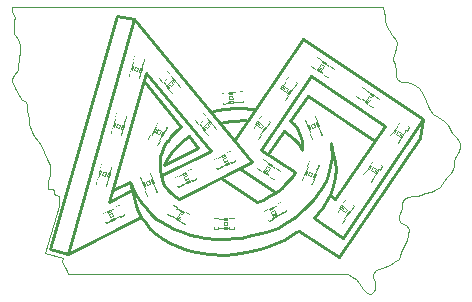
<source format=gto>
G04 (created by PCBNEW (2013-may-18)-stable) date Mon 02 Nov 2015 08:05:35 PM CST*
%MOIN*%
G04 Gerber Fmt 3.4, Leading zero omitted, Abs format*
%FSLAX34Y34*%
G01*
G70*
G90*
G04 APERTURE LIST*
%ADD10C,0.00590551*%
%ADD11C,0.01*%
%ADD12C,0.00393701*%
%ADD13C,0.0026*%
%ADD14C,0.004*%
%ADD15C,0.0354331*%
%ADD16R,0.0314X0.0314*%
G04 APERTURE END LIST*
G54D10*
G54D11*
X78680Y-60180D02*
X77440Y-58660D01*
X80980Y-59570D02*
X81160Y-59600D01*
X80770Y-59550D02*
X80980Y-59570D01*
X80470Y-59550D02*
X80770Y-59550D01*
X80160Y-59580D02*
X80470Y-59550D01*
X79880Y-59630D02*
X80160Y-59580D01*
X79670Y-59680D02*
X79880Y-59630D01*
X80810Y-59960D02*
X80900Y-59970D01*
X80710Y-59960D02*
X80810Y-59960D01*
X80530Y-59970D02*
X80700Y-59960D01*
X80350Y-59990D02*
X80530Y-59970D01*
X80160Y-60010D02*
X80350Y-59990D01*
X79980Y-60040D02*
X80160Y-60010D01*
X77970Y-61630D02*
X78040Y-61950D01*
X77970Y-61340D02*
X77970Y-61630D01*
X77990Y-61160D02*
X77970Y-61340D01*
X78030Y-61010D02*
X77990Y-61160D01*
X78140Y-60760D02*
X78220Y-60650D01*
X78080Y-60870D02*
X78140Y-60760D01*
X78030Y-61010D02*
X78080Y-60870D01*
X78530Y-60300D02*
X78680Y-60180D01*
X78360Y-60470D02*
X78530Y-60300D01*
X78230Y-60640D02*
X78360Y-60470D01*
X82760Y-57240D02*
X80460Y-60640D01*
X86760Y-59920D02*
X82760Y-57240D01*
X78220Y-63460D02*
X78450Y-63580D01*
X77980Y-63330D02*
X78220Y-63460D01*
X77850Y-63240D02*
X77980Y-63330D01*
X78730Y-63700D02*
X78460Y-63590D01*
X78980Y-63780D02*
X78730Y-63700D01*
X79190Y-63820D02*
X78980Y-63780D01*
X79490Y-63870D02*
X79190Y-63820D01*
X79840Y-63910D02*
X79490Y-63870D01*
X80090Y-63920D02*
X79840Y-63910D01*
X80690Y-63870D02*
X81040Y-63800D01*
X80530Y-63890D02*
X80690Y-63870D01*
X80090Y-63920D02*
X80530Y-63890D01*
X77690Y-63080D02*
X77850Y-63240D01*
X77530Y-62910D02*
X77690Y-63080D01*
X77360Y-62690D02*
X77530Y-62910D01*
X77180Y-62440D02*
X77360Y-62690D01*
X76970Y-62030D02*
X77180Y-62440D01*
X81500Y-63680D02*
X81040Y-63800D01*
X81920Y-63540D02*
X81500Y-63680D01*
X82220Y-63360D02*
X81920Y-63540D01*
X82440Y-63220D02*
X82220Y-63360D01*
X82800Y-62900D02*
X82440Y-63220D01*
X83080Y-62620D02*
X82800Y-62900D01*
X83340Y-62260D02*
X83080Y-62620D01*
X83500Y-62000D02*
X83340Y-62260D01*
X83580Y-61800D02*
X83500Y-62000D01*
X83660Y-61500D02*
X83580Y-61800D01*
X83700Y-61200D02*
X83660Y-61500D01*
X83680Y-60720D02*
X83700Y-61200D01*
X83760Y-62140D02*
X83640Y-62460D01*
X83820Y-61840D02*
X83760Y-62140D01*
X83840Y-61600D02*
X83820Y-61840D01*
X83820Y-61360D02*
X83840Y-61600D01*
X83760Y-61080D02*
X83820Y-61360D01*
X83680Y-60720D02*
X83760Y-61080D01*
X82900Y-59140D02*
X85140Y-60640D01*
X82320Y-60000D02*
X82900Y-59140D01*
X82440Y-60080D02*
X82320Y-60000D01*
X82560Y-60220D02*
X82440Y-60080D01*
X82660Y-60440D02*
X82560Y-60220D01*
X82700Y-60660D02*
X82660Y-60440D01*
X82700Y-60940D02*
X82700Y-60660D01*
X82100Y-60320D02*
X81580Y-61080D01*
X82280Y-60440D02*
X82100Y-60320D01*
X82440Y-60580D02*
X82280Y-60440D01*
X82600Y-60760D02*
X82440Y-60580D01*
X82700Y-60940D02*
X82600Y-60760D01*
X80620Y-61560D02*
X81820Y-62360D01*
X81220Y-62700D02*
X80020Y-61880D01*
X81400Y-62620D02*
X81220Y-62700D01*
X81620Y-62500D02*
X81400Y-62620D01*
X81820Y-62380D02*
X81620Y-62500D01*
X81920Y-62320D02*
X81820Y-62380D01*
X82040Y-62220D02*
X81920Y-62320D01*
X82160Y-62100D02*
X82040Y-62220D01*
X82260Y-62000D02*
X82160Y-62100D01*
X82400Y-61820D02*
X82260Y-62000D01*
X82480Y-61680D02*
X82400Y-61820D01*
X81360Y-60940D02*
X82480Y-61680D01*
X83020Y-58500D02*
X81360Y-60940D01*
X85480Y-60160D02*
X83020Y-58500D01*
X83820Y-62580D02*
X85480Y-60160D01*
X83640Y-62460D02*
X83820Y-62580D01*
X83580Y-62560D02*
X83640Y-62460D01*
X83400Y-62840D02*
X83580Y-62560D01*
X83240Y-63060D02*
X83400Y-62840D01*
X83100Y-63220D02*
X83240Y-63060D01*
X84080Y-63900D02*
X83100Y-63220D01*
X86760Y-59920D02*
X84080Y-63900D01*
X86640Y-60560D02*
X86760Y-59920D01*
X83940Y-64520D02*
X86640Y-60560D01*
X82600Y-63640D02*
X83940Y-64520D01*
X82520Y-63700D02*
X82600Y-63640D01*
X82320Y-63820D02*
X82520Y-63700D01*
X82100Y-63940D02*
X82320Y-63820D01*
X81860Y-64060D02*
X82100Y-63940D01*
X81620Y-64160D02*
X81860Y-64060D01*
X81300Y-64260D02*
X81620Y-64160D01*
X80860Y-64360D02*
X81300Y-64260D01*
X80460Y-64420D02*
X80860Y-64360D01*
X80140Y-64440D02*
X80460Y-64420D01*
X79620Y-64420D02*
X80140Y-64440D01*
X79180Y-64360D02*
X79620Y-64420D01*
X78880Y-64280D02*
X79180Y-64360D01*
X78560Y-64160D02*
X78880Y-64280D01*
X78320Y-64060D02*
X78560Y-64160D01*
X78080Y-63920D02*
X78320Y-64060D01*
X77860Y-63760D02*
X78080Y-63920D01*
X77660Y-63580D02*
X77860Y-63760D01*
X77500Y-63400D02*
X77660Y-63580D01*
X77360Y-63200D02*
X77500Y-63400D01*
X77220Y-62920D02*
X77360Y-63200D01*
X77040Y-62300D02*
X77220Y-62920D01*
X76980Y-62020D02*
X77040Y-62300D01*
X78500Y-62520D02*
X78600Y-62580D01*
X78360Y-62400D02*
X78500Y-62520D01*
X78240Y-62280D02*
X78360Y-62400D01*
X78120Y-62120D02*
X78240Y-62280D01*
X78040Y-61960D02*
X78120Y-62120D01*
X78040Y-61800D02*
X78040Y-61960D01*
X78940Y-60500D02*
X79260Y-60880D01*
X78800Y-60600D02*
X78940Y-60500D01*
X78540Y-60820D02*
X78800Y-60600D01*
X78360Y-61040D02*
X78540Y-60820D01*
X78220Y-61240D02*
X78360Y-61040D01*
X78120Y-61440D02*
X78220Y-61240D01*
X76980Y-62020D02*
X76420Y-62300D01*
X79260Y-60880D02*
X78120Y-61440D01*
X77040Y-62300D02*
X76280Y-62680D01*
X79680Y-60980D02*
X78040Y-61800D01*
X77520Y-58380D02*
X79680Y-60980D01*
X76280Y-62680D02*
X77520Y-58380D01*
X81040Y-61340D02*
X78600Y-62580D01*
X77120Y-56600D02*
X81040Y-61340D01*
X77120Y-56600D02*
X74900Y-64420D01*
X76540Y-56500D02*
X77120Y-56600D01*
X74300Y-64260D02*
X76540Y-56500D01*
X74900Y-64420D02*
X77360Y-63200D01*
X74300Y-64260D02*
X74900Y-64420D01*
G54D12*
X73040Y-56360D02*
X73040Y-56200D01*
X73120Y-56440D02*
X73040Y-56360D01*
X73140Y-56540D02*
X73120Y-56440D01*
X73120Y-56620D02*
X73140Y-56540D01*
X73100Y-56840D02*
X73120Y-56620D01*
X73100Y-57080D02*
X73100Y-56840D01*
X73160Y-57120D02*
X73100Y-57080D01*
X73260Y-57240D02*
X73160Y-57120D01*
X73300Y-57440D02*
X73260Y-57240D01*
X73320Y-57700D02*
X73300Y-57440D01*
X73280Y-57880D02*
X73320Y-57700D01*
X73260Y-58180D02*
X73280Y-57880D01*
X73240Y-58280D02*
X73260Y-58180D01*
X73100Y-58460D02*
X73240Y-58280D01*
X73040Y-58600D02*
X73100Y-58460D01*
X73040Y-58700D02*
X73040Y-58600D01*
X73100Y-58780D02*
X73040Y-58700D01*
X73160Y-58880D02*
X73100Y-58780D01*
X73300Y-59200D02*
X73160Y-58880D01*
X73380Y-59280D02*
X73300Y-59200D01*
X73480Y-59320D02*
X73380Y-59280D01*
X73540Y-59420D02*
X73480Y-59320D01*
X73560Y-59640D02*
X73540Y-59420D01*
X73620Y-59880D02*
X73560Y-59640D01*
X73620Y-60080D02*
X73620Y-59880D01*
X73700Y-60360D02*
X73620Y-60080D01*
X73780Y-60500D02*
X73700Y-60360D01*
X73900Y-60640D02*
X73780Y-60500D01*
X74000Y-60800D02*
X73900Y-60640D01*
X74220Y-61240D02*
X74000Y-60800D01*
X74300Y-61440D02*
X74220Y-61240D01*
X74300Y-61620D02*
X74300Y-61440D01*
X74300Y-61800D02*
X74300Y-61620D01*
X74260Y-61980D02*
X74300Y-61800D01*
X74240Y-62160D02*
X74260Y-61980D01*
X74260Y-62240D02*
X74240Y-62160D01*
X74420Y-62240D02*
X74260Y-62240D01*
X74460Y-62320D02*
X74420Y-62240D01*
X74460Y-62420D02*
X74460Y-62320D01*
X74500Y-62460D02*
X74460Y-62420D01*
X74600Y-62480D02*
X74500Y-62460D01*
X74620Y-62520D02*
X74600Y-62480D01*
X74620Y-62600D02*
X74620Y-62520D01*
X74620Y-62700D02*
X74620Y-62600D01*
X74620Y-62820D02*
X74620Y-62700D01*
X74140Y-64380D02*
X74620Y-62820D01*
X74740Y-64540D02*
X74140Y-64380D01*
X74720Y-64660D02*
X74740Y-64540D01*
X74740Y-64760D02*
X74720Y-64660D01*
X74820Y-64860D02*
X74740Y-64760D01*
X74880Y-64980D02*
X74820Y-64860D01*
X74900Y-65100D02*
X74880Y-64980D01*
X84240Y-65100D02*
X74900Y-65100D01*
X84380Y-65180D02*
X84240Y-65100D01*
X84500Y-65260D02*
X84380Y-65180D01*
X84600Y-65380D02*
X84500Y-65260D01*
X84740Y-65580D02*
X84600Y-65380D01*
X84860Y-65700D02*
X84740Y-65580D01*
X84940Y-65760D02*
X84860Y-65700D01*
X85020Y-65740D02*
X84940Y-65760D01*
X85100Y-65640D02*
X85020Y-65740D01*
X85160Y-65580D02*
X85100Y-65640D01*
X85160Y-65460D02*
X85160Y-65580D01*
X85140Y-65340D02*
X85160Y-65460D01*
X85080Y-65180D02*
X85140Y-65340D01*
X85080Y-65100D02*
X85080Y-65180D01*
X85180Y-64960D02*
X85080Y-65100D01*
X85380Y-64880D02*
X85180Y-64960D01*
X85640Y-64780D02*
X85380Y-64880D01*
X85780Y-64700D02*
X85640Y-64780D01*
X85940Y-64580D02*
X85780Y-64700D01*
X85980Y-64480D02*
X85940Y-64580D01*
X86020Y-64360D02*
X85980Y-64480D01*
X86100Y-64140D02*
X86020Y-64360D01*
X86200Y-63940D02*
X86100Y-64140D01*
X86260Y-63800D02*
X86200Y-63940D01*
X86280Y-63580D02*
X86260Y-63800D01*
X86180Y-63460D02*
X86280Y-63580D01*
X86020Y-63380D02*
X86180Y-63460D01*
X85940Y-63280D02*
X86020Y-63380D01*
X85940Y-63140D02*
X85940Y-63280D01*
X86060Y-62900D02*
X85940Y-63140D01*
X86060Y-62720D02*
X86060Y-62900D01*
X86120Y-62580D02*
X86060Y-62720D01*
X86260Y-62520D02*
X86120Y-62580D01*
X86420Y-62500D02*
X86260Y-62520D01*
X86540Y-62500D02*
X86420Y-62500D01*
X86680Y-62460D02*
X86540Y-62500D01*
X86820Y-62400D02*
X86680Y-62460D01*
X87000Y-62360D02*
X86820Y-62400D01*
X87160Y-62280D02*
X87000Y-62360D01*
X87320Y-62180D02*
X87160Y-62280D01*
X87440Y-62000D02*
X87320Y-62180D01*
X87540Y-61840D02*
X87440Y-62000D01*
X87680Y-61720D02*
X87540Y-61840D01*
X87760Y-61600D02*
X87680Y-61720D01*
X87780Y-61480D02*
X87760Y-61600D01*
X87780Y-61320D02*
X87780Y-61480D01*
X87820Y-61220D02*
X87780Y-61320D01*
X87940Y-61000D02*
X87820Y-61220D01*
X87980Y-60860D02*
X87940Y-61000D01*
X87980Y-60740D02*
X87980Y-60860D01*
X87940Y-60640D02*
X87980Y-60740D01*
X87840Y-60520D02*
X87940Y-60640D01*
X87720Y-60380D02*
X87840Y-60520D01*
X87660Y-60240D02*
X87720Y-60380D01*
X87580Y-60120D02*
X87660Y-60240D01*
X87440Y-59980D02*
X87580Y-60120D01*
X87260Y-59860D02*
X87440Y-59980D01*
X87080Y-59740D02*
X87260Y-59860D01*
X86980Y-59620D02*
X87080Y-59740D01*
X86920Y-59500D02*
X86980Y-59620D01*
X86840Y-59320D02*
X86920Y-59500D01*
X86740Y-59100D02*
X86840Y-59320D01*
X86600Y-58880D02*
X86740Y-59100D01*
X86420Y-58740D02*
X86600Y-58880D01*
X86200Y-58700D02*
X86420Y-58740D01*
X86020Y-58680D02*
X86200Y-58700D01*
X85880Y-58600D02*
X86020Y-58680D01*
X85840Y-58480D02*
X85880Y-58600D01*
X85840Y-58320D02*
X85840Y-58480D01*
X85800Y-58100D02*
X85840Y-58320D01*
X85740Y-57960D02*
X85800Y-58100D01*
X85740Y-57880D02*
X85740Y-57960D01*
X85800Y-57680D02*
X85740Y-57880D01*
X85860Y-57540D02*
X85800Y-57680D01*
X85880Y-57400D02*
X85860Y-57540D01*
X85840Y-57280D02*
X85880Y-57400D01*
X85700Y-57120D02*
X85840Y-57280D01*
X85600Y-56960D02*
X85700Y-57120D01*
X85520Y-56780D02*
X85600Y-56960D01*
X85480Y-56620D02*
X85520Y-56780D01*
X85480Y-56480D02*
X85480Y-56620D01*
X85450Y-56350D02*
X85480Y-56480D01*
X85400Y-56200D02*
X85450Y-56350D01*
X73050Y-56200D02*
X85400Y-56200D01*
G54D13*
X83105Y-61926D02*
X82773Y-61805D01*
X82773Y-61805D02*
X82719Y-61953D01*
X83052Y-62074D02*
X82719Y-61953D01*
X83105Y-61926D02*
X83052Y-62074D01*
X83280Y-61446D02*
X82947Y-61325D01*
X82947Y-61325D02*
X82894Y-61473D01*
X83226Y-61594D02*
X82894Y-61473D01*
X83280Y-61446D02*
X83226Y-61594D01*
X83166Y-61760D02*
X83110Y-61740D01*
X83110Y-61740D02*
X83070Y-61851D01*
X83125Y-61871D02*
X83070Y-61851D01*
X83166Y-61760D02*
X83125Y-61871D01*
X82889Y-61659D02*
X82833Y-61639D01*
X82833Y-61639D02*
X82793Y-61750D01*
X82848Y-61770D02*
X82793Y-61750D01*
X82889Y-61659D02*
X82848Y-61770D01*
X83055Y-61720D02*
X82944Y-61679D01*
X82944Y-61679D02*
X82904Y-61790D01*
X83015Y-61831D02*
X82904Y-61790D01*
X83055Y-61720D02*
X83015Y-61831D01*
G54D14*
X83086Y-61920D02*
X83208Y-61587D01*
X82791Y-61812D02*
X82913Y-61479D01*
G54D13*
X79749Y-60121D02*
X79478Y-60349D01*
X79478Y-60349D02*
X79579Y-60469D01*
X79850Y-60242D02*
X79579Y-60469D01*
X79749Y-60121D02*
X79850Y-60242D01*
X79420Y-59730D02*
X79149Y-59957D01*
X79149Y-59957D02*
X79250Y-60078D01*
X79521Y-59850D02*
X79250Y-60078D01*
X79420Y-59730D02*
X79521Y-59850D01*
X79635Y-59986D02*
X79590Y-60024D01*
X79590Y-60024D02*
X79666Y-60114D01*
X79711Y-60076D02*
X79666Y-60114D01*
X79635Y-59986D02*
X79711Y-60076D01*
X79409Y-60175D02*
X79364Y-60213D01*
X79364Y-60213D02*
X79440Y-60304D01*
X79485Y-60266D02*
X79440Y-60304D01*
X79409Y-60175D02*
X79485Y-60266D01*
X79545Y-60062D02*
X79454Y-60137D01*
X79454Y-60137D02*
X79530Y-60228D01*
X79621Y-60152D02*
X79530Y-60228D01*
X79545Y-60062D02*
X79621Y-60152D01*
G54D14*
X79734Y-60134D02*
X79506Y-59863D01*
X79493Y-60336D02*
X79265Y-60065D01*
G54D13*
X76314Y-63335D02*
X76164Y-63014D01*
X76164Y-63014D02*
X76022Y-63080D01*
X76172Y-63401D02*
X76022Y-63080D01*
X76314Y-63335D02*
X76172Y-63401D01*
X76777Y-63119D02*
X76627Y-62798D01*
X76627Y-62798D02*
X76485Y-62864D01*
X76635Y-63185D02*
X76485Y-62864D01*
X76777Y-63119D02*
X76635Y-63185D01*
X76474Y-63260D02*
X76449Y-63206D01*
X76449Y-63206D02*
X76342Y-63256D01*
X76367Y-63310D02*
X76342Y-63256D01*
X76474Y-63260D02*
X76367Y-63310D01*
X76350Y-62993D02*
X76325Y-62939D01*
X76325Y-62939D02*
X76218Y-62989D01*
X76243Y-63042D02*
X76218Y-62989D01*
X76350Y-62993D02*
X76243Y-63042D01*
X76424Y-63153D02*
X76375Y-63046D01*
X76375Y-63046D02*
X76268Y-63096D01*
X76317Y-63203D02*
X76268Y-63096D01*
X76424Y-63153D02*
X76317Y-63203D01*
G54D14*
X76305Y-63317D02*
X76626Y-63167D01*
X76173Y-63032D02*
X76494Y-62882D01*
G54D13*
X75974Y-61583D02*
X76316Y-61674D01*
X76316Y-61674D02*
X76357Y-61523D01*
X76015Y-61431D02*
X76357Y-61523D01*
X75974Y-61583D02*
X76015Y-61431D01*
X75842Y-62076D02*
X76184Y-62168D01*
X76184Y-62168D02*
X76225Y-62016D01*
X75883Y-61925D02*
X76225Y-62016D01*
X75842Y-62076D02*
X75883Y-61925D01*
X75929Y-61754D02*
X75986Y-61769D01*
X75986Y-61769D02*
X76016Y-61655D01*
X75959Y-61640D02*
X76016Y-61655D01*
X75929Y-61754D02*
X75959Y-61640D01*
X76213Y-61830D02*
X76270Y-61845D01*
X76270Y-61845D02*
X76301Y-61731D01*
X76244Y-61716D02*
X76301Y-61731D01*
X76213Y-61830D02*
X76244Y-61716D01*
X76043Y-61784D02*
X76156Y-61815D01*
X76156Y-61815D02*
X76187Y-61701D01*
X76073Y-61670D02*
X76187Y-61701D01*
X76043Y-61784D02*
X76073Y-61670D01*
G54D14*
X75994Y-61588D02*
X75902Y-61930D01*
X76297Y-61669D02*
X76205Y-62011D01*
G54D13*
X77325Y-58416D02*
X76983Y-58325D01*
X76983Y-58325D02*
X76942Y-58476D01*
X77284Y-58568D02*
X76942Y-58476D01*
X77325Y-58416D02*
X77284Y-58568D01*
X77457Y-57923D02*
X77115Y-57831D01*
X77115Y-57831D02*
X77074Y-57983D01*
X77416Y-58074D02*
X77074Y-57983D01*
X77457Y-57923D02*
X77416Y-58074D01*
X77370Y-58245D02*
X77313Y-58230D01*
X77313Y-58230D02*
X77283Y-58344D01*
X77340Y-58359D02*
X77283Y-58344D01*
X77370Y-58245D02*
X77340Y-58359D01*
X77086Y-58169D02*
X77029Y-58154D01*
X77029Y-58154D02*
X76998Y-58268D01*
X77055Y-58283D02*
X76998Y-58268D01*
X77086Y-58169D02*
X77055Y-58283D01*
X77256Y-58215D02*
X77143Y-58184D01*
X77143Y-58184D02*
X77112Y-58298D01*
X77226Y-58329D02*
X77112Y-58298D01*
X77256Y-58215D02*
X77226Y-58329D01*
G54D14*
X77305Y-58411D02*
X77397Y-58069D01*
X77002Y-58330D02*
X77094Y-57988D01*
G54D13*
X76725Y-60316D02*
X76383Y-60225D01*
X76383Y-60225D02*
X76342Y-60376D01*
X76684Y-60468D02*
X76342Y-60376D01*
X76725Y-60316D02*
X76684Y-60468D01*
X76857Y-59823D02*
X76515Y-59731D01*
X76515Y-59731D02*
X76474Y-59883D01*
X76816Y-59974D02*
X76474Y-59883D01*
X76857Y-59823D02*
X76816Y-59974D01*
X76770Y-60145D02*
X76713Y-60130D01*
X76713Y-60130D02*
X76683Y-60244D01*
X76740Y-60259D02*
X76683Y-60244D01*
X76770Y-60145D02*
X76740Y-60259D01*
X76486Y-60069D02*
X76429Y-60054D01*
X76429Y-60054D02*
X76398Y-60168D01*
X76455Y-60183D02*
X76398Y-60168D01*
X76486Y-60069D02*
X76455Y-60183D01*
X76656Y-60115D02*
X76543Y-60084D01*
X76543Y-60084D02*
X76512Y-60198D01*
X76626Y-60229D02*
X76512Y-60198D01*
X76656Y-60115D02*
X76626Y-60229D01*
G54D14*
X76705Y-60311D02*
X76797Y-59969D01*
X76402Y-60230D02*
X76494Y-59888D01*
G54D13*
X78885Y-61664D02*
X79035Y-61985D01*
X79035Y-61985D02*
X79177Y-61919D01*
X79027Y-61598D02*
X79177Y-61919D01*
X78885Y-61664D02*
X79027Y-61598D01*
X78422Y-61880D02*
X78572Y-62201D01*
X78572Y-62201D02*
X78714Y-62135D01*
X78564Y-61814D02*
X78714Y-62135D01*
X78422Y-61880D02*
X78564Y-61814D01*
X78725Y-61739D02*
X78750Y-61793D01*
X78750Y-61793D02*
X78857Y-61743D01*
X78832Y-61689D02*
X78857Y-61743D01*
X78725Y-61739D02*
X78832Y-61689D01*
X78849Y-62006D02*
X78874Y-62060D01*
X78874Y-62060D02*
X78981Y-62010D01*
X78956Y-61957D02*
X78981Y-62010D01*
X78849Y-62006D02*
X78956Y-61957D01*
X78775Y-61846D02*
X78824Y-61953D01*
X78824Y-61953D02*
X78931Y-61903D01*
X78882Y-61796D02*
X78931Y-61903D01*
X78775Y-61846D02*
X78882Y-61796D01*
G54D14*
X78894Y-61682D02*
X78573Y-61832D01*
X79026Y-61967D02*
X78705Y-62117D01*
G54D13*
X80185Y-61064D02*
X80335Y-61385D01*
X80335Y-61385D02*
X80477Y-61319D01*
X80327Y-60998D02*
X80477Y-61319D01*
X80185Y-61064D02*
X80327Y-60998D01*
X79722Y-61280D02*
X79872Y-61601D01*
X79872Y-61601D02*
X80014Y-61535D01*
X79864Y-61214D02*
X80014Y-61535D01*
X79722Y-61280D02*
X79864Y-61214D01*
X80025Y-61139D02*
X80050Y-61193D01*
X80050Y-61193D02*
X80157Y-61143D01*
X80132Y-61089D02*
X80157Y-61143D01*
X80025Y-61139D02*
X80132Y-61089D01*
X80149Y-61406D02*
X80174Y-61460D01*
X80174Y-61460D02*
X80281Y-61410D01*
X80256Y-61357D02*
X80281Y-61410D01*
X80149Y-61406D02*
X80256Y-61357D01*
X80075Y-61246D02*
X80124Y-61353D01*
X80124Y-61353D02*
X80231Y-61303D01*
X80182Y-61196D02*
X80231Y-61303D01*
X80075Y-61246D02*
X80182Y-61196D01*
G54D14*
X80194Y-61082D02*
X79873Y-61232D01*
X80326Y-61367D02*
X80005Y-61517D01*
G54D13*
X85993Y-60596D02*
X85703Y-60393D01*
X85703Y-60393D02*
X85613Y-60522D01*
X85903Y-60725D02*
X85613Y-60522D01*
X85993Y-60596D02*
X85903Y-60725D01*
X86286Y-60177D02*
X85996Y-59974D01*
X85996Y-59974D02*
X85906Y-60103D01*
X86196Y-60306D02*
X85906Y-60103D01*
X86286Y-60177D02*
X86196Y-60306D01*
X86094Y-60451D02*
X86046Y-60417D01*
X86046Y-60417D02*
X85978Y-60514D01*
X86027Y-60548D02*
X85978Y-60514D01*
X86094Y-60451D02*
X86027Y-60548D01*
X85853Y-60282D02*
X85805Y-60248D01*
X85805Y-60248D02*
X85737Y-60345D01*
X85785Y-60378D02*
X85737Y-60345D01*
X85853Y-60282D02*
X85785Y-60378D01*
X85998Y-60383D02*
X85901Y-60316D01*
X85901Y-60316D02*
X85833Y-60412D01*
X85930Y-60480D02*
X85833Y-60412D01*
X85998Y-60383D02*
X85930Y-60480D01*
G54D14*
X85977Y-60585D02*
X86180Y-60295D01*
X85719Y-60404D02*
X85922Y-60114D01*
G54D13*
X81735Y-63241D02*
X81558Y-62935D01*
X81558Y-62935D02*
X81422Y-63013D01*
X81599Y-63320D02*
X81422Y-63013D01*
X81735Y-63241D02*
X81599Y-63320D01*
X82177Y-62986D02*
X82000Y-62679D01*
X82000Y-62679D02*
X81864Y-62758D01*
X82041Y-63064D02*
X81864Y-62758D01*
X82177Y-62986D02*
X82041Y-63064D01*
X81888Y-63153D02*
X81859Y-63102D01*
X81859Y-63102D02*
X81756Y-63161D01*
X81786Y-63212D02*
X81756Y-63161D01*
X81888Y-63153D02*
X81786Y-63212D01*
X81741Y-62897D02*
X81711Y-62846D01*
X81711Y-62846D02*
X81609Y-62905D01*
X81638Y-62956D02*
X81609Y-62905D01*
X81741Y-62897D02*
X81638Y-62956D01*
X81829Y-63051D02*
X81770Y-62948D01*
X81770Y-62948D02*
X81668Y-63007D01*
X81727Y-63110D02*
X81668Y-63007D01*
X81829Y-63051D02*
X81727Y-63110D01*
G54D14*
X81725Y-63224D02*
X82031Y-63047D01*
X81568Y-62952D02*
X81874Y-62775D01*
G54D13*
X78549Y-58721D02*
X78278Y-58949D01*
X78278Y-58949D02*
X78379Y-59069D01*
X78650Y-58842D02*
X78379Y-59069D01*
X78549Y-58721D02*
X78650Y-58842D01*
X78220Y-58330D02*
X77949Y-58557D01*
X77949Y-58557D02*
X78050Y-58678D01*
X78321Y-58450D02*
X78050Y-58678D01*
X78220Y-58330D02*
X78321Y-58450D01*
X78435Y-58586D02*
X78390Y-58624D01*
X78390Y-58624D02*
X78466Y-58714D01*
X78511Y-58676D02*
X78466Y-58714D01*
X78435Y-58586D02*
X78511Y-58676D01*
X78209Y-58775D02*
X78164Y-58813D01*
X78164Y-58813D02*
X78240Y-58904D01*
X78285Y-58866D02*
X78240Y-58904D01*
X78209Y-58775D02*
X78285Y-58866D01*
X78345Y-58662D02*
X78254Y-58737D01*
X78254Y-58737D02*
X78330Y-58828D01*
X78421Y-58752D02*
X78330Y-58828D01*
X78345Y-58662D02*
X78421Y-58752D01*
G54D14*
X78534Y-58734D02*
X78306Y-58463D01*
X78293Y-58936D02*
X78065Y-58665D01*
G54D13*
X80277Y-63223D02*
X80277Y-63577D01*
X80277Y-63577D02*
X80434Y-63577D01*
X80434Y-63223D02*
X80434Y-63577D01*
X80277Y-63223D02*
X80434Y-63223D01*
X79766Y-63223D02*
X79766Y-63577D01*
X79766Y-63577D02*
X79923Y-63577D01*
X79923Y-63223D02*
X79923Y-63577D01*
X79766Y-63223D02*
X79923Y-63223D01*
X80100Y-63223D02*
X80100Y-63282D01*
X80100Y-63282D02*
X80218Y-63282D01*
X80218Y-63223D02*
X80218Y-63282D01*
X80100Y-63223D02*
X80218Y-63223D01*
X80100Y-63518D02*
X80100Y-63577D01*
X80100Y-63577D02*
X80218Y-63577D01*
X80218Y-63518D02*
X80218Y-63577D01*
X80100Y-63518D02*
X80218Y-63518D01*
X80100Y-63341D02*
X80100Y-63459D01*
X80100Y-63459D02*
X80218Y-63459D01*
X80218Y-63341D02*
X80218Y-63459D01*
X80100Y-63341D02*
X80218Y-63341D01*
G54D14*
X80277Y-63243D02*
X79923Y-63243D01*
X80277Y-63557D02*
X79923Y-63557D01*
G54D13*
X78841Y-63035D02*
X78664Y-63341D01*
X78664Y-63341D02*
X78800Y-63420D01*
X78977Y-63113D02*
X78800Y-63420D01*
X78841Y-63035D02*
X78977Y-63113D01*
X78399Y-62779D02*
X78222Y-63086D01*
X78222Y-63086D02*
X78358Y-63164D01*
X78535Y-62858D02*
X78358Y-63164D01*
X78399Y-62779D02*
X78535Y-62858D01*
X78688Y-62946D02*
X78659Y-62997D01*
X78659Y-62997D02*
X78761Y-63056D01*
X78790Y-63005D02*
X78761Y-63056D01*
X78688Y-62946D02*
X78790Y-63005D01*
X78541Y-63202D02*
X78511Y-63253D01*
X78511Y-63253D02*
X78613Y-63312D01*
X78643Y-63261D02*
X78613Y-63312D01*
X78541Y-63202D02*
X78643Y-63261D01*
X78629Y-63048D02*
X78570Y-63151D01*
X78570Y-63151D02*
X78672Y-63210D01*
X78731Y-63107D02*
X78672Y-63210D01*
X78629Y-63048D02*
X78731Y-63107D01*
G54D14*
X78831Y-63052D02*
X78525Y-62875D01*
X78674Y-63324D02*
X78368Y-63147D01*
G54D13*
X80239Y-59391D02*
X80208Y-59039D01*
X80208Y-59039D02*
X80051Y-59052D01*
X80082Y-59405D02*
X80051Y-59052D01*
X80239Y-59391D02*
X80082Y-59405D01*
X80748Y-59347D02*
X80717Y-58994D01*
X80717Y-58994D02*
X80560Y-59008D01*
X80591Y-59360D02*
X80560Y-59008D01*
X80748Y-59347D02*
X80591Y-59360D01*
X80415Y-59376D02*
X80410Y-59317D01*
X80410Y-59317D02*
X80292Y-59327D01*
X80297Y-59386D02*
X80292Y-59327D01*
X80415Y-59376D02*
X80297Y-59386D01*
X80389Y-59082D02*
X80384Y-59023D01*
X80384Y-59023D02*
X80267Y-59033D01*
X80272Y-59092D02*
X80267Y-59033D01*
X80389Y-59082D02*
X80272Y-59092D01*
X80405Y-59258D02*
X80394Y-59141D01*
X80394Y-59141D02*
X80277Y-59151D01*
X80287Y-59269D02*
X80277Y-59151D01*
X80405Y-59258D02*
X80287Y-59269D01*
G54D14*
X80237Y-59371D02*
X80590Y-59340D01*
X80209Y-59059D02*
X80562Y-59028D01*
G54D13*
X82873Y-60094D02*
X83205Y-59973D01*
X83205Y-59973D02*
X83152Y-59825D01*
X82819Y-59946D02*
X83152Y-59825D01*
X82873Y-60094D02*
X82819Y-59946D01*
X83047Y-60574D02*
X83380Y-60453D01*
X83380Y-60453D02*
X83326Y-60305D01*
X82994Y-60426D02*
X83326Y-60305D01*
X83047Y-60574D02*
X82994Y-60426D01*
X82933Y-60260D02*
X82989Y-60240D01*
X82989Y-60240D02*
X82948Y-60129D01*
X82893Y-60149D02*
X82948Y-60129D01*
X82933Y-60260D02*
X82893Y-60149D01*
X83210Y-60159D02*
X83266Y-60139D01*
X83266Y-60139D02*
X83225Y-60028D01*
X83170Y-60048D02*
X83225Y-60028D01*
X83210Y-60159D02*
X83170Y-60048D01*
X83044Y-60220D02*
X83155Y-60179D01*
X83155Y-60179D02*
X83115Y-60068D01*
X83004Y-60109D02*
X83115Y-60068D01*
X83044Y-60220D02*
X83004Y-60109D01*
G54D14*
X82891Y-60087D02*
X83013Y-60420D01*
X83186Y-59979D02*
X83308Y-60312D01*
G54D13*
X77835Y-60158D02*
X78141Y-60335D01*
X78141Y-60335D02*
X78220Y-60199D01*
X77913Y-60022D02*
X78220Y-60199D01*
X77835Y-60158D02*
X77913Y-60022D01*
X77579Y-60600D02*
X77886Y-60777D01*
X77886Y-60777D02*
X77964Y-60641D01*
X77658Y-60464D02*
X77964Y-60641D01*
X77579Y-60600D02*
X77658Y-60464D01*
X77746Y-60311D02*
X77797Y-60341D01*
X77797Y-60341D02*
X77856Y-60238D01*
X77805Y-60209D02*
X77856Y-60238D01*
X77746Y-60311D02*
X77805Y-60209D01*
X78002Y-60459D02*
X78053Y-60488D01*
X78053Y-60488D02*
X78112Y-60386D01*
X78061Y-60356D02*
X78112Y-60386D01*
X78002Y-60459D02*
X78061Y-60356D01*
X77848Y-60370D02*
X77951Y-60429D01*
X77951Y-60429D02*
X78010Y-60327D01*
X77907Y-60268D02*
X78010Y-60327D01*
X77848Y-60370D02*
X77907Y-60268D01*
G54D14*
X77852Y-60168D02*
X77675Y-60474D01*
X78124Y-60325D02*
X77947Y-60631D01*
G54D13*
X77373Y-61994D02*
X77705Y-61873D01*
X77705Y-61873D02*
X77652Y-61725D01*
X77319Y-61846D02*
X77652Y-61725D01*
X77373Y-61994D02*
X77319Y-61846D01*
X77547Y-62474D02*
X77880Y-62353D01*
X77880Y-62353D02*
X77826Y-62205D01*
X77494Y-62326D02*
X77826Y-62205D01*
X77547Y-62474D02*
X77494Y-62326D01*
X77433Y-62160D02*
X77489Y-62140D01*
X77489Y-62140D02*
X77448Y-62029D01*
X77393Y-62049D02*
X77448Y-62029D01*
X77433Y-62160D02*
X77393Y-62049D01*
X77710Y-62059D02*
X77766Y-62039D01*
X77766Y-62039D02*
X77725Y-61928D01*
X77670Y-61948D02*
X77725Y-61928D01*
X77710Y-62059D02*
X77670Y-61948D01*
X77544Y-62120D02*
X77655Y-62079D01*
X77655Y-62079D02*
X77615Y-61968D01*
X77504Y-62009D02*
X77615Y-61968D01*
X77544Y-62120D02*
X77504Y-62009D01*
G54D14*
X77391Y-61987D02*
X77513Y-62320D01*
X77686Y-61879D02*
X77808Y-62212D01*
G54D13*
X85146Y-59156D02*
X84943Y-59446D01*
X84943Y-59446D02*
X85072Y-59536D01*
X85275Y-59246D02*
X85072Y-59536D01*
X85146Y-59156D02*
X85275Y-59246D01*
X84727Y-58863D02*
X84524Y-59153D01*
X84524Y-59153D02*
X84653Y-59243D01*
X84856Y-58953D02*
X84653Y-59243D01*
X84727Y-58863D02*
X84856Y-58953D01*
X85001Y-59055D02*
X84967Y-59103D01*
X84967Y-59103D02*
X85064Y-59171D01*
X85098Y-59122D02*
X85064Y-59171D01*
X85001Y-59055D02*
X85098Y-59122D01*
X84832Y-59296D02*
X84798Y-59344D01*
X84798Y-59344D02*
X84895Y-59412D01*
X84928Y-59364D02*
X84895Y-59412D01*
X84832Y-59296D02*
X84928Y-59364D01*
X84933Y-59151D02*
X84866Y-59248D01*
X84866Y-59248D02*
X84962Y-59316D01*
X85030Y-59219D02*
X84962Y-59316D01*
X84933Y-59151D02*
X85030Y-59219D01*
G54D14*
X85135Y-59172D02*
X84845Y-58969D01*
X84954Y-59430D02*
X84664Y-59227D01*
G54D13*
X85006Y-61403D02*
X85296Y-61606D01*
X85296Y-61606D02*
X85386Y-61477D01*
X85096Y-61274D02*
X85386Y-61477D01*
X85006Y-61403D02*
X85096Y-61274D01*
X84713Y-61822D02*
X85003Y-62025D01*
X85003Y-62025D02*
X85093Y-61896D01*
X84803Y-61693D02*
X85093Y-61896D01*
X84713Y-61822D02*
X84803Y-61693D01*
X84905Y-61548D02*
X84953Y-61582D01*
X84953Y-61582D02*
X85021Y-61485D01*
X84972Y-61451D02*
X85021Y-61485D01*
X84905Y-61548D02*
X84972Y-61451D01*
X85146Y-61717D02*
X85194Y-61751D01*
X85194Y-61751D02*
X85262Y-61654D01*
X85214Y-61621D02*
X85262Y-61654D01*
X85146Y-61717D02*
X85214Y-61621D01*
X85001Y-61616D02*
X85098Y-61683D01*
X85098Y-61683D02*
X85166Y-61587D01*
X85069Y-61519D02*
X85166Y-61587D01*
X85001Y-61616D02*
X85069Y-61519D01*
G54D14*
X85022Y-61414D02*
X84819Y-61704D01*
X85280Y-61595D02*
X85077Y-61885D01*
G54D13*
X84056Y-62753D02*
X84346Y-62956D01*
X84346Y-62956D02*
X84436Y-62827D01*
X84146Y-62624D02*
X84436Y-62827D01*
X84056Y-62753D02*
X84146Y-62624D01*
X83763Y-63172D02*
X84053Y-63375D01*
X84053Y-63375D02*
X84143Y-63246D01*
X83853Y-63043D02*
X84143Y-63246D01*
X83763Y-63172D02*
X83853Y-63043D01*
X83955Y-62898D02*
X84003Y-62932D01*
X84003Y-62932D02*
X84071Y-62835D01*
X84022Y-62801D02*
X84071Y-62835D01*
X83955Y-62898D02*
X84022Y-62801D01*
X84196Y-63067D02*
X84244Y-63101D01*
X84244Y-63101D02*
X84312Y-63004D01*
X84264Y-62971D02*
X84312Y-63004D01*
X84196Y-63067D02*
X84264Y-62971D01*
X84051Y-62966D02*
X84148Y-63033D01*
X84148Y-63033D02*
X84216Y-62937D01*
X84119Y-62869D02*
X84216Y-62937D01*
X84051Y-62966D02*
X84119Y-62869D01*
G54D14*
X84072Y-62764D02*
X83869Y-63054D01*
X84330Y-62945D02*
X84127Y-63235D01*
G54D13*
X82243Y-59146D02*
X81953Y-58943D01*
X81953Y-58943D02*
X81863Y-59072D01*
X82153Y-59275D02*
X81863Y-59072D01*
X82243Y-59146D02*
X82153Y-59275D01*
X82536Y-58727D02*
X82246Y-58524D01*
X82246Y-58524D02*
X82156Y-58653D01*
X82446Y-58856D02*
X82156Y-58653D01*
X82536Y-58727D02*
X82446Y-58856D01*
X82344Y-59001D02*
X82296Y-58967D01*
X82296Y-58967D02*
X82228Y-59064D01*
X82277Y-59098D02*
X82228Y-59064D01*
X82344Y-59001D02*
X82277Y-59098D01*
X82103Y-58832D02*
X82055Y-58798D01*
X82055Y-58798D02*
X81987Y-58895D01*
X82035Y-58928D02*
X81987Y-58895D01*
X82103Y-58832D02*
X82035Y-58928D01*
X82248Y-58933D02*
X82151Y-58866D01*
X82151Y-58866D02*
X82083Y-58962D01*
X82180Y-59030D02*
X82083Y-58962D01*
X82248Y-58933D02*
X82180Y-59030D01*
G54D14*
X82227Y-59135D02*
X82430Y-58845D01*
X81969Y-58954D02*
X82172Y-58664D01*
G54D13*
X83153Y-58243D02*
X83356Y-57953D01*
X83356Y-57953D02*
X83227Y-57863D01*
X83024Y-58153D02*
X83227Y-57863D01*
X83153Y-58243D02*
X83024Y-58153D01*
X83572Y-58536D02*
X83775Y-58246D01*
X83775Y-58246D02*
X83646Y-58156D01*
X83443Y-58446D02*
X83646Y-58156D01*
X83572Y-58536D02*
X83443Y-58446D01*
X83298Y-58344D02*
X83332Y-58296D01*
X83332Y-58296D02*
X83235Y-58228D01*
X83201Y-58277D02*
X83235Y-58228D01*
X83298Y-58344D02*
X83201Y-58277D01*
X83467Y-58103D02*
X83501Y-58055D01*
X83501Y-58055D02*
X83404Y-57987D01*
X83371Y-58035D02*
X83404Y-57987D01*
X83467Y-58103D02*
X83371Y-58035D01*
X83366Y-58248D02*
X83433Y-58151D01*
X83433Y-58151D02*
X83337Y-58083D01*
X83269Y-58180D02*
X83337Y-58083D01*
X83366Y-58248D02*
X83269Y-58180D01*
G54D14*
X83164Y-58227D02*
X83454Y-58430D01*
X83345Y-57969D02*
X83635Y-58172D01*
G54D13*
X81256Y-59953D02*
X81546Y-60156D01*
X81546Y-60156D02*
X81636Y-60027D01*
X81346Y-59824D02*
X81636Y-60027D01*
X81256Y-59953D02*
X81346Y-59824D01*
X80963Y-60372D02*
X81253Y-60575D01*
X81253Y-60575D02*
X81343Y-60446D01*
X81053Y-60243D02*
X81343Y-60446D01*
X80963Y-60372D02*
X81053Y-60243D01*
X81155Y-60098D02*
X81203Y-60132D01*
X81203Y-60132D02*
X81271Y-60035D01*
X81222Y-60001D02*
X81271Y-60035D01*
X81155Y-60098D02*
X81222Y-60001D01*
X81396Y-60267D02*
X81444Y-60301D01*
X81444Y-60301D02*
X81512Y-60204D01*
X81464Y-60171D02*
X81512Y-60204D01*
X81396Y-60267D02*
X81464Y-60171D01*
X81251Y-60166D02*
X81348Y-60233D01*
X81348Y-60233D02*
X81416Y-60137D01*
X81319Y-60069D02*
X81416Y-60137D01*
X81251Y-60166D02*
X81319Y-60069D01*
G54D14*
X81272Y-59964D02*
X81069Y-60254D01*
X81530Y-60145D02*
X81327Y-60435D01*
G54D13*
X81353Y-61643D02*
X81556Y-61353D01*
X81556Y-61353D02*
X81427Y-61263D01*
X81224Y-61553D02*
X81427Y-61263D01*
X81353Y-61643D02*
X81224Y-61553D01*
X81772Y-61936D02*
X81975Y-61646D01*
X81975Y-61646D02*
X81846Y-61556D01*
X81643Y-61846D02*
X81846Y-61556D01*
X81772Y-61936D02*
X81643Y-61846D01*
X81498Y-61744D02*
X81532Y-61696D01*
X81532Y-61696D02*
X81435Y-61628D01*
X81401Y-61677D02*
X81435Y-61628D01*
X81498Y-61744D02*
X81401Y-61677D01*
X81667Y-61503D02*
X81701Y-61455D01*
X81701Y-61455D02*
X81604Y-61387D01*
X81571Y-61435D02*
X81604Y-61387D01*
X81667Y-61503D02*
X81571Y-61435D01*
X81566Y-61648D02*
X81633Y-61551D01*
X81633Y-61551D02*
X81537Y-61483D01*
X81469Y-61580D02*
X81537Y-61483D01*
X81566Y-61648D02*
X81469Y-61580D01*
G54D14*
X81364Y-61627D02*
X81654Y-61830D01*
X81545Y-61369D02*
X81835Y-61572D01*
%LPC*%
G54D15*
X84290Y-56700D03*
X83109Y-56700D03*
G54D10*
G36*
X83007Y-61221D02*
X83302Y-61328D01*
X83194Y-61624D01*
X82899Y-61516D01*
X83007Y-61221D01*
X83007Y-61221D01*
G37*
G36*
X82805Y-61775D02*
X83100Y-61883D01*
X82992Y-62178D01*
X82697Y-62071D01*
X82805Y-61775D01*
X82805Y-61775D01*
G37*
G36*
X79089Y-59854D02*
X79329Y-59652D01*
X79531Y-59893D01*
X79291Y-60095D01*
X79089Y-59854D01*
X79089Y-59854D01*
G37*
G36*
X79468Y-60306D02*
X79708Y-60104D01*
X79910Y-60345D01*
X79670Y-60547D01*
X79468Y-60306D01*
X79468Y-60306D01*
G37*
G36*
X76743Y-62766D02*
X76876Y-63051D01*
X76591Y-63183D01*
X76458Y-62899D01*
X76743Y-62766D01*
X76743Y-62766D01*
G37*
G36*
X76208Y-63016D02*
X76341Y-63300D01*
X76056Y-63433D01*
X75923Y-63148D01*
X76208Y-63016D01*
X76208Y-63016D01*
G37*
G36*
X76134Y-62277D02*
X75831Y-62195D01*
X75912Y-61892D01*
X76215Y-61973D01*
X76134Y-62277D01*
X76134Y-62277D01*
G37*
G36*
X76287Y-61707D02*
X75984Y-61626D01*
X76065Y-61322D01*
X76368Y-61404D01*
X76287Y-61707D01*
X76287Y-61707D01*
G37*
G36*
X77165Y-57722D02*
X77468Y-57804D01*
X77387Y-58107D01*
X77084Y-58026D01*
X77165Y-57722D01*
X77165Y-57722D01*
G37*
G36*
X77012Y-58292D02*
X77315Y-58373D01*
X77234Y-58677D01*
X76931Y-58595D01*
X77012Y-58292D01*
X77012Y-58292D01*
G37*
G36*
X76565Y-59622D02*
X76868Y-59704D01*
X76787Y-60007D01*
X76484Y-59926D01*
X76565Y-59622D01*
X76565Y-59622D01*
G37*
G36*
X76412Y-60192D02*
X76715Y-60273D01*
X76634Y-60577D01*
X76331Y-60495D01*
X76412Y-60192D01*
X76412Y-60192D01*
G37*
G36*
X78456Y-62233D02*
X78323Y-61948D01*
X78608Y-61816D01*
X78741Y-62100D01*
X78456Y-62233D01*
X78456Y-62233D01*
G37*
G36*
X78991Y-61983D02*
X78858Y-61699D01*
X79143Y-61566D01*
X79276Y-61851D01*
X78991Y-61983D01*
X78991Y-61983D01*
G37*
G36*
X79756Y-61633D02*
X79623Y-61348D01*
X79908Y-61216D01*
X80041Y-61500D01*
X79756Y-61633D01*
X79756Y-61633D01*
G37*
G36*
X80291Y-61383D02*
X80158Y-61099D01*
X80443Y-60966D01*
X80576Y-61251D01*
X80291Y-61383D01*
X80291Y-61383D01*
G37*
G36*
X86080Y-59889D02*
X86337Y-60069D01*
X86157Y-60327D01*
X85900Y-60146D01*
X86080Y-59889D01*
X86080Y-59889D01*
G37*
G36*
X85742Y-60372D02*
X85999Y-60553D01*
X85819Y-60810D01*
X85562Y-60630D01*
X85742Y-60372D01*
X85742Y-60372D01*
G37*
G36*
X82112Y-62638D02*
X82269Y-62909D01*
X81998Y-63066D01*
X81841Y-62795D01*
X82112Y-62638D01*
X82112Y-62638D01*
G37*
G36*
X81601Y-62933D02*
X81758Y-63204D01*
X81487Y-63361D01*
X81330Y-63090D01*
X81601Y-62933D01*
X81601Y-62933D01*
G37*
G36*
X77889Y-58454D02*
X78129Y-58252D01*
X78331Y-58493D01*
X78091Y-58695D01*
X77889Y-58454D01*
X77889Y-58454D01*
G37*
G36*
X78268Y-58906D02*
X78508Y-58704D01*
X78710Y-58945D01*
X78470Y-59147D01*
X78268Y-58906D01*
X78268Y-58906D01*
G37*
G54D16*
X79805Y-63400D03*
X80395Y-63400D03*
G54D10*
G36*
X78130Y-63009D02*
X78287Y-62738D01*
X78558Y-62895D01*
X78401Y-63166D01*
X78130Y-63009D01*
X78130Y-63009D01*
G37*
G36*
X78641Y-63304D02*
X78798Y-63033D01*
X79069Y-63190D01*
X78912Y-63461D01*
X78641Y-63304D01*
X78641Y-63304D01*
G37*
G36*
X80836Y-59004D02*
X80863Y-59317D01*
X80551Y-59344D01*
X80523Y-59031D01*
X80836Y-59004D01*
X80836Y-59004D01*
G37*
G36*
X80248Y-59055D02*
X80276Y-59368D01*
X79963Y-59395D01*
X79936Y-59082D01*
X80248Y-59055D01*
X80248Y-59055D01*
G37*
G36*
X83402Y-60571D02*
X83107Y-60678D01*
X82999Y-60383D01*
X83294Y-60275D01*
X83402Y-60571D01*
X83402Y-60571D01*
G37*
G36*
X83200Y-60016D02*
X82905Y-60124D01*
X82797Y-59828D01*
X83092Y-59721D01*
X83200Y-60016D01*
X83200Y-60016D01*
G37*
G36*
X77809Y-60869D02*
X77538Y-60712D01*
X77695Y-60441D01*
X77966Y-60598D01*
X77809Y-60869D01*
X77809Y-60869D01*
G37*
G36*
X78104Y-60358D02*
X77833Y-60201D01*
X77990Y-59930D01*
X78261Y-60087D01*
X78104Y-60358D01*
X78104Y-60358D01*
G37*
G36*
X77902Y-62471D02*
X77607Y-62578D01*
X77499Y-62283D01*
X77794Y-62175D01*
X77902Y-62471D01*
X77902Y-62471D01*
G37*
G36*
X77700Y-61916D02*
X77405Y-62024D01*
X77297Y-61728D01*
X77592Y-61621D01*
X77700Y-61916D01*
X77700Y-61916D01*
G37*
G36*
X84439Y-59069D02*
X84619Y-58812D01*
X84877Y-58992D01*
X84696Y-59249D01*
X84439Y-59069D01*
X84439Y-59069D01*
G37*
G36*
X84922Y-59407D02*
X85103Y-59150D01*
X85360Y-59330D01*
X85180Y-59587D01*
X84922Y-59407D01*
X84922Y-59407D01*
G37*
G36*
X84919Y-62110D02*
X84662Y-61930D01*
X84842Y-61672D01*
X85099Y-61853D01*
X84919Y-62110D01*
X84919Y-62110D01*
G37*
G36*
X85257Y-61627D02*
X85000Y-61446D01*
X85180Y-61189D01*
X85437Y-61369D01*
X85257Y-61627D01*
X85257Y-61627D01*
G37*
G36*
X83969Y-63460D02*
X83712Y-63280D01*
X83892Y-63022D01*
X84149Y-63203D01*
X83969Y-63460D01*
X83969Y-63460D01*
G37*
G36*
X84307Y-62977D02*
X84050Y-62796D01*
X84230Y-62539D01*
X84487Y-62719D01*
X84307Y-62977D01*
X84307Y-62977D01*
G37*
G36*
X82330Y-58439D02*
X82587Y-58619D01*
X82407Y-58877D01*
X82150Y-58696D01*
X82330Y-58439D01*
X82330Y-58439D01*
G37*
G36*
X81992Y-58922D02*
X82249Y-59103D01*
X82069Y-59360D01*
X81812Y-59180D01*
X81992Y-58922D01*
X81992Y-58922D01*
G37*
G36*
X83860Y-58330D02*
X83680Y-58587D01*
X83422Y-58407D01*
X83603Y-58150D01*
X83860Y-58330D01*
X83860Y-58330D01*
G37*
G36*
X83377Y-57992D02*
X83196Y-58249D01*
X82939Y-58069D01*
X83119Y-57812D01*
X83377Y-57992D01*
X83377Y-57992D01*
G37*
G36*
X81169Y-60660D02*
X80912Y-60480D01*
X81092Y-60222D01*
X81349Y-60403D01*
X81169Y-60660D01*
X81169Y-60660D01*
G37*
G36*
X81507Y-60177D02*
X81250Y-59996D01*
X81430Y-59739D01*
X81687Y-59919D01*
X81507Y-60177D01*
X81507Y-60177D01*
G37*
G36*
X82060Y-61730D02*
X81880Y-61987D01*
X81622Y-61807D01*
X81803Y-61550D01*
X82060Y-61730D01*
X82060Y-61730D01*
G37*
G36*
X81577Y-61392D02*
X81396Y-61649D01*
X81139Y-61469D01*
X81319Y-61212D01*
X81577Y-61392D01*
X81577Y-61392D01*
G37*
M02*

</source>
